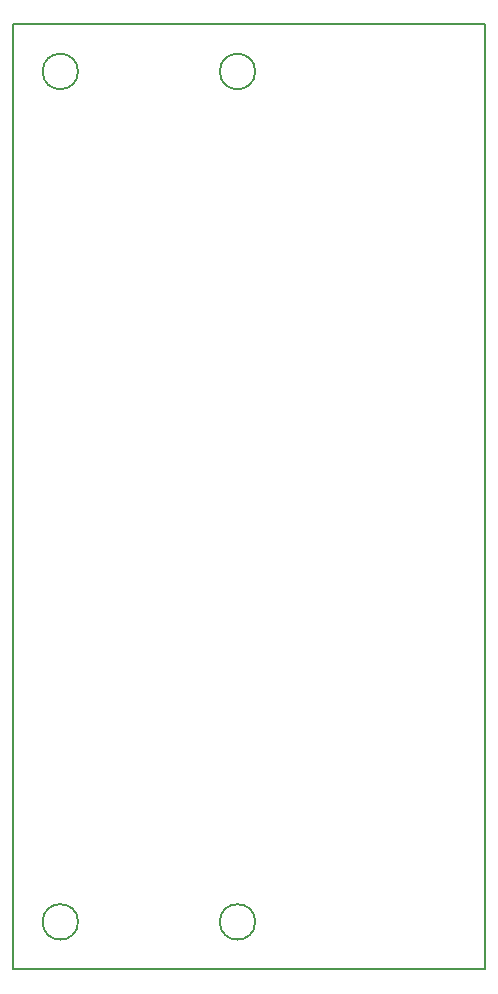
<source format=gbr>
G04 #@! TF.GenerationSoftware,KiCad,Pcbnew,(5.0.0-rc2-dev-632-g76d3b6f04)*
G04 #@! TF.CreationDate,2018-11-25T05:17:50+09:00*
G04 #@! TF.ProjectId,I2C_color_sensor_v1,4932435F636F6C6F725F73656E736F72,rev?*
G04 #@! TF.SameCoordinates,Original*
G04 #@! TF.FileFunction,Profile,NP*
%FSLAX46Y46*%
G04 Gerber Fmt 4.6, Leading zero omitted, Abs format (unit mm)*
G04 Created by KiCad (PCBNEW (5.0.0-rc2-dev-632-g76d3b6f04)) date 11/25/18 05:17:50*
%MOMM*%
%LPD*%
G01*
G04 APERTURE LIST*
%ADD10C,0.150000*%
%ADD11C,0.200000*%
G04 APERTURE END LIST*
D10*
X145500000Y-136000000D02*
G75*
G03X145500000Y-136000000I-1500000J0D01*
G01*
X145500000Y-64000000D02*
G75*
G03X145500000Y-64000000I-1500000J0D01*
G01*
X130500000Y-64000000D02*
G75*
G03X130500000Y-64000000I-1500000J0D01*
G01*
X130500000Y-136000000D02*
G75*
G03X130500000Y-136000000I-1500000J0D01*
G01*
D11*
X125000000Y-140000000D02*
X165000000Y-140000000D01*
X125000000Y-60000000D02*
X125000000Y-140000000D01*
X130000000Y-60000000D02*
X125000000Y-60000000D01*
X158500000Y-60000000D02*
X130000000Y-60000000D01*
X165000000Y-60000000D02*
X158500000Y-60000000D01*
X165000000Y-140000000D02*
X165000000Y-60000000D01*
M02*

</source>
